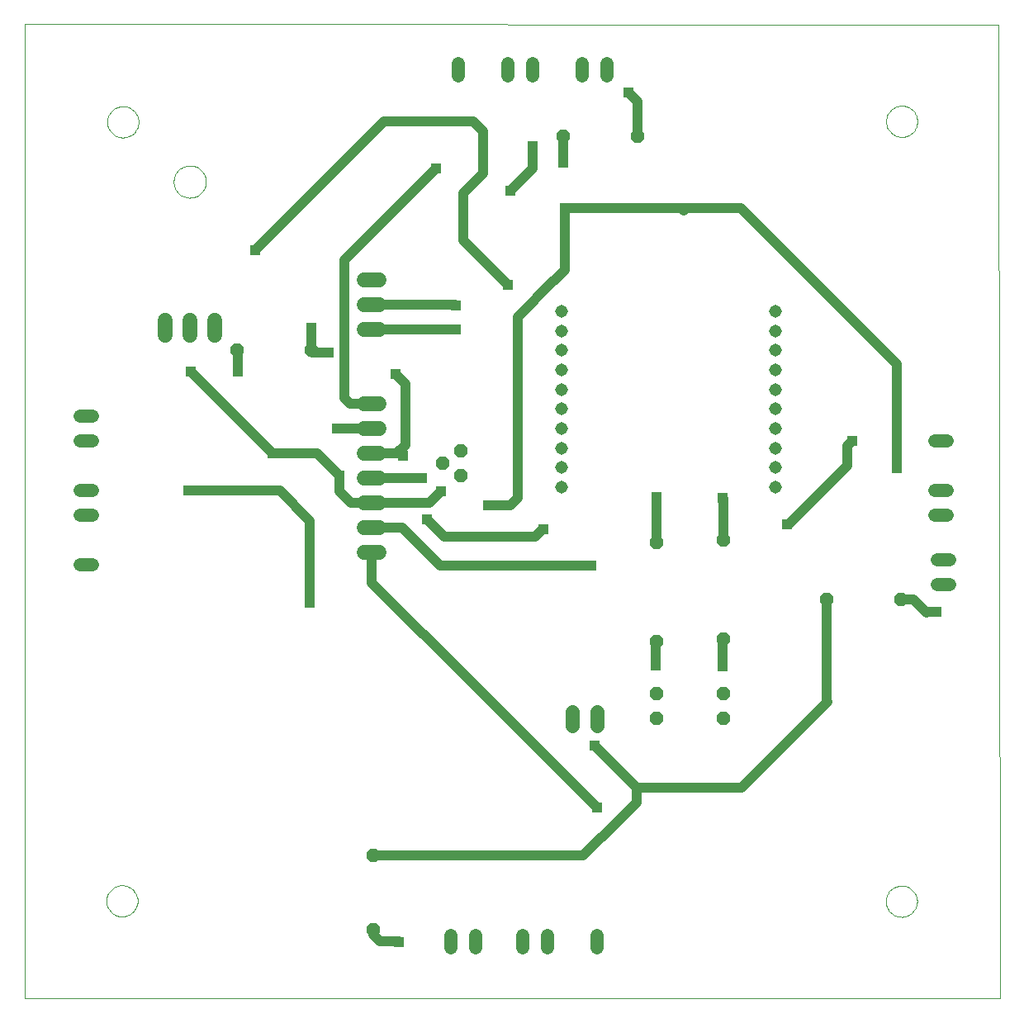
<source format=gtl>
G75*
%MOIN*%
%OFA0B0*%
%FSLAX24Y24*%
%IPPOS*%
%LPD*%
%AMOC8*
5,1,8,0,0,1.08239X$1,22.5*
%
%ADD10C,0.0000*%
%ADD11C,0.0520*%
%ADD12C,0.0560*%
%ADD13OC8,0.0520*%
%ADD14C,0.0600*%
%ADD15C,0.0515*%
%ADD16R,0.0396X0.0396*%
%ADD17C,0.0400*%
D10*
X003197Y000467D02*
X003197Y039802D01*
X042527Y039781D01*
X042567Y000467D01*
X003197Y000467D01*
X006508Y004412D02*
X006510Y004462D01*
X006516Y004512D01*
X006526Y004561D01*
X006540Y004609D01*
X006557Y004656D01*
X006578Y004701D01*
X006603Y004745D01*
X006631Y004786D01*
X006663Y004825D01*
X006697Y004862D01*
X006734Y004896D01*
X006774Y004926D01*
X006816Y004953D01*
X006860Y004977D01*
X006906Y004998D01*
X006953Y005014D01*
X007001Y005027D01*
X007051Y005036D01*
X007100Y005041D01*
X007151Y005042D01*
X007201Y005039D01*
X007250Y005032D01*
X007299Y005021D01*
X007347Y005006D01*
X007393Y004988D01*
X007438Y004966D01*
X007481Y004940D01*
X007522Y004911D01*
X007561Y004879D01*
X007597Y004844D01*
X007629Y004806D01*
X007659Y004766D01*
X007686Y004723D01*
X007709Y004679D01*
X007728Y004633D01*
X007744Y004585D01*
X007756Y004536D01*
X007764Y004487D01*
X007768Y004437D01*
X007768Y004387D01*
X007764Y004337D01*
X007756Y004288D01*
X007744Y004239D01*
X007728Y004191D01*
X007709Y004145D01*
X007686Y004101D01*
X007659Y004058D01*
X007629Y004018D01*
X007597Y003980D01*
X007561Y003945D01*
X007522Y003913D01*
X007481Y003884D01*
X007438Y003858D01*
X007393Y003836D01*
X007347Y003818D01*
X007299Y003803D01*
X007250Y003792D01*
X007201Y003785D01*
X007151Y003782D01*
X007100Y003783D01*
X007051Y003788D01*
X007001Y003797D01*
X006953Y003810D01*
X006906Y003826D01*
X006860Y003847D01*
X006816Y003871D01*
X006774Y003898D01*
X006734Y003928D01*
X006697Y003962D01*
X006663Y003999D01*
X006631Y004038D01*
X006603Y004079D01*
X006578Y004123D01*
X006557Y004168D01*
X006540Y004215D01*
X006526Y004263D01*
X006516Y004312D01*
X006510Y004362D01*
X006508Y004412D01*
X009225Y033450D02*
X009227Y033500D01*
X009233Y033550D01*
X009243Y033600D01*
X009256Y033648D01*
X009273Y033696D01*
X009294Y033742D01*
X009318Y033786D01*
X009346Y033828D01*
X009377Y033868D01*
X009411Y033905D01*
X009448Y033940D01*
X009487Y033971D01*
X009528Y034000D01*
X009572Y034025D01*
X009618Y034047D01*
X009665Y034065D01*
X009713Y034079D01*
X009762Y034090D01*
X009812Y034097D01*
X009862Y034100D01*
X009913Y034099D01*
X009963Y034094D01*
X010013Y034085D01*
X010061Y034073D01*
X010109Y034056D01*
X010155Y034036D01*
X010200Y034013D01*
X010243Y033986D01*
X010283Y033956D01*
X010321Y033923D01*
X010356Y033887D01*
X010389Y033848D01*
X010418Y033807D01*
X010444Y033764D01*
X010467Y033719D01*
X010486Y033672D01*
X010501Y033624D01*
X010513Y033575D01*
X010521Y033525D01*
X010525Y033475D01*
X010525Y033425D01*
X010521Y033375D01*
X010513Y033325D01*
X010501Y033276D01*
X010486Y033228D01*
X010467Y033181D01*
X010444Y033136D01*
X010418Y033093D01*
X010389Y033052D01*
X010356Y033013D01*
X010321Y032977D01*
X010283Y032944D01*
X010243Y032914D01*
X010200Y032887D01*
X010155Y032864D01*
X010109Y032844D01*
X010061Y032827D01*
X010013Y032815D01*
X009963Y032806D01*
X009913Y032801D01*
X009862Y032800D01*
X009812Y032803D01*
X009762Y032810D01*
X009713Y032821D01*
X009665Y032835D01*
X009618Y032853D01*
X009572Y032875D01*
X009528Y032900D01*
X009487Y032929D01*
X009448Y032960D01*
X009411Y032995D01*
X009377Y033032D01*
X009346Y033072D01*
X009318Y033114D01*
X009294Y033158D01*
X009273Y033204D01*
X009256Y033252D01*
X009243Y033300D01*
X009233Y033350D01*
X009227Y033400D01*
X009225Y033450D01*
X006543Y035861D02*
X006545Y035911D01*
X006551Y035961D01*
X006561Y036010D01*
X006575Y036058D01*
X006592Y036105D01*
X006613Y036150D01*
X006638Y036194D01*
X006666Y036235D01*
X006698Y036274D01*
X006732Y036311D01*
X006769Y036345D01*
X006809Y036375D01*
X006851Y036402D01*
X006895Y036426D01*
X006941Y036447D01*
X006988Y036463D01*
X007036Y036476D01*
X007086Y036485D01*
X007135Y036490D01*
X007186Y036491D01*
X007236Y036488D01*
X007285Y036481D01*
X007334Y036470D01*
X007382Y036455D01*
X007428Y036437D01*
X007473Y036415D01*
X007516Y036389D01*
X007557Y036360D01*
X007596Y036328D01*
X007632Y036293D01*
X007664Y036255D01*
X007694Y036215D01*
X007721Y036172D01*
X007744Y036128D01*
X007763Y036082D01*
X007779Y036034D01*
X007791Y035985D01*
X007799Y035936D01*
X007803Y035886D01*
X007803Y035836D01*
X007799Y035786D01*
X007791Y035737D01*
X007779Y035688D01*
X007763Y035640D01*
X007744Y035594D01*
X007721Y035550D01*
X007694Y035507D01*
X007664Y035467D01*
X007632Y035429D01*
X007596Y035394D01*
X007557Y035362D01*
X007516Y035333D01*
X007473Y035307D01*
X007428Y035285D01*
X007382Y035267D01*
X007334Y035252D01*
X007285Y035241D01*
X007236Y035234D01*
X007186Y035231D01*
X007135Y035232D01*
X007086Y035237D01*
X007036Y035246D01*
X006988Y035259D01*
X006941Y035275D01*
X006895Y035296D01*
X006851Y035320D01*
X006809Y035347D01*
X006769Y035377D01*
X006732Y035411D01*
X006698Y035448D01*
X006666Y035487D01*
X006638Y035528D01*
X006613Y035572D01*
X006592Y035617D01*
X006575Y035664D01*
X006561Y035712D01*
X006551Y035761D01*
X006545Y035811D01*
X006543Y035861D01*
X037980Y035884D02*
X037982Y035934D01*
X037988Y035984D01*
X037998Y036033D01*
X038012Y036081D01*
X038029Y036128D01*
X038050Y036173D01*
X038075Y036217D01*
X038103Y036258D01*
X038135Y036297D01*
X038169Y036334D01*
X038206Y036368D01*
X038246Y036398D01*
X038288Y036425D01*
X038332Y036449D01*
X038378Y036470D01*
X038425Y036486D01*
X038473Y036499D01*
X038523Y036508D01*
X038572Y036513D01*
X038623Y036514D01*
X038673Y036511D01*
X038722Y036504D01*
X038771Y036493D01*
X038819Y036478D01*
X038865Y036460D01*
X038910Y036438D01*
X038953Y036412D01*
X038994Y036383D01*
X039033Y036351D01*
X039069Y036316D01*
X039101Y036278D01*
X039131Y036238D01*
X039158Y036195D01*
X039181Y036151D01*
X039200Y036105D01*
X039216Y036057D01*
X039228Y036008D01*
X039236Y035959D01*
X039240Y035909D01*
X039240Y035859D01*
X039236Y035809D01*
X039228Y035760D01*
X039216Y035711D01*
X039200Y035663D01*
X039181Y035617D01*
X039158Y035573D01*
X039131Y035530D01*
X039101Y035490D01*
X039069Y035452D01*
X039033Y035417D01*
X038994Y035385D01*
X038953Y035356D01*
X038910Y035330D01*
X038865Y035308D01*
X038819Y035290D01*
X038771Y035275D01*
X038722Y035264D01*
X038673Y035257D01*
X038623Y035254D01*
X038572Y035255D01*
X038523Y035260D01*
X038473Y035269D01*
X038425Y035282D01*
X038378Y035298D01*
X038332Y035319D01*
X038288Y035343D01*
X038246Y035370D01*
X038206Y035400D01*
X038169Y035434D01*
X038135Y035471D01*
X038103Y035510D01*
X038075Y035551D01*
X038050Y035595D01*
X038029Y035640D01*
X038012Y035687D01*
X037998Y035735D01*
X037988Y035784D01*
X037982Y035834D01*
X037980Y035884D01*
X037972Y004396D02*
X037974Y004446D01*
X037980Y004496D01*
X037990Y004545D01*
X038004Y004593D01*
X038021Y004640D01*
X038042Y004685D01*
X038067Y004729D01*
X038095Y004770D01*
X038127Y004809D01*
X038161Y004846D01*
X038198Y004880D01*
X038238Y004910D01*
X038280Y004937D01*
X038324Y004961D01*
X038370Y004982D01*
X038417Y004998D01*
X038465Y005011D01*
X038515Y005020D01*
X038564Y005025D01*
X038615Y005026D01*
X038665Y005023D01*
X038714Y005016D01*
X038763Y005005D01*
X038811Y004990D01*
X038857Y004972D01*
X038902Y004950D01*
X038945Y004924D01*
X038986Y004895D01*
X039025Y004863D01*
X039061Y004828D01*
X039093Y004790D01*
X039123Y004750D01*
X039150Y004707D01*
X039173Y004663D01*
X039192Y004617D01*
X039208Y004569D01*
X039220Y004520D01*
X039228Y004471D01*
X039232Y004421D01*
X039232Y004371D01*
X039228Y004321D01*
X039220Y004272D01*
X039208Y004223D01*
X039192Y004175D01*
X039173Y004129D01*
X039150Y004085D01*
X039123Y004042D01*
X039093Y004002D01*
X039061Y003964D01*
X039025Y003929D01*
X038986Y003897D01*
X038945Y003868D01*
X038902Y003842D01*
X038857Y003820D01*
X038811Y003802D01*
X038763Y003787D01*
X038714Y003776D01*
X038665Y003769D01*
X038615Y003766D01*
X038564Y003767D01*
X038515Y003772D01*
X038465Y003781D01*
X038417Y003794D01*
X038370Y003810D01*
X038324Y003831D01*
X038280Y003855D01*
X038238Y003882D01*
X038198Y003912D01*
X038161Y003946D01*
X038127Y003983D01*
X038095Y004022D01*
X038067Y004063D01*
X038042Y004107D01*
X038021Y004152D01*
X038004Y004199D01*
X037990Y004247D01*
X037980Y004296D01*
X037974Y004346D01*
X037972Y004396D01*
D11*
X026297Y003027D02*
X026297Y002507D01*
X024297Y002507D02*
X024297Y003027D01*
X023297Y003027D02*
X023297Y002507D01*
X021397Y002507D02*
X021397Y003027D01*
X020397Y003027D02*
X020397Y002507D01*
X005957Y017967D02*
X005437Y017967D01*
X005437Y019967D02*
X005957Y019967D01*
X005957Y020967D02*
X005437Y020967D01*
X005437Y022967D02*
X005957Y022967D01*
X005957Y023967D02*
X005437Y023967D01*
X020697Y037707D02*
X020697Y038227D01*
X022697Y038227D02*
X022697Y037707D01*
X023697Y037707D02*
X023697Y038227D01*
X025697Y038227D02*
X025697Y037707D01*
X026697Y037707D02*
X026697Y038227D01*
X039937Y022967D02*
X040457Y022967D01*
X040457Y020967D02*
X039937Y020967D01*
X039937Y019967D02*
X040457Y019967D01*
X040557Y018167D02*
X040037Y018167D01*
X040037Y017167D02*
X040557Y017167D01*
D12*
X026297Y012047D02*
X026297Y011487D01*
X025297Y011487D02*
X025297Y012047D01*
D13*
X028697Y011767D03*
X028697Y012767D03*
X028697Y014867D03*
X031397Y014967D03*
X031397Y012767D03*
X031397Y011767D03*
X035590Y016597D03*
X038590Y016597D03*
X031397Y018967D03*
X028697Y018867D03*
X020827Y021587D03*
X020077Y022087D03*
X020827Y022587D03*
X014795Y026662D03*
X011795Y026662D03*
X024949Y035286D03*
X027949Y035286D03*
X017268Y006239D03*
X017268Y003239D03*
D14*
X017497Y018467D02*
X016897Y018467D01*
X016897Y019467D02*
X017497Y019467D01*
X017497Y020467D02*
X016897Y020467D01*
X016897Y021467D02*
X017497Y021467D01*
X017497Y022467D02*
X016897Y022467D01*
X016897Y023467D02*
X017497Y023467D01*
X017497Y024467D02*
X016897Y024467D01*
X016897Y027467D02*
X017497Y027467D01*
X017497Y028467D02*
X016897Y028467D01*
X016897Y029467D02*
X017497Y029467D01*
X010875Y027850D02*
X010875Y027250D01*
X009875Y027250D02*
X009875Y027850D01*
X008875Y027850D02*
X008875Y027250D01*
D15*
X024866Y027423D03*
X024866Y028210D03*
X024866Y026636D03*
X024866Y025848D03*
X024866Y025061D03*
X024866Y024273D03*
X024866Y023486D03*
X024866Y022698D03*
X024866Y021911D03*
X024866Y021124D03*
X033527Y021124D03*
X033527Y021911D03*
X033527Y022698D03*
X033527Y023486D03*
X033527Y024273D03*
X033527Y025061D03*
X033527Y025848D03*
X033527Y026636D03*
X033527Y027423D03*
X033527Y028210D03*
D16*
X036597Y022967D03*
X038397Y021867D03*
X033972Y019624D03*
X031378Y020684D03*
X028709Y020711D03*
X026067Y017937D03*
X024157Y019427D03*
X021897Y020367D03*
X020017Y020947D03*
X019247Y021467D03*
X018477Y022397D03*
X015897Y021567D03*
X015797Y023467D03*
X018177Y025697D03*
X015486Y026547D03*
X014795Y027551D03*
X011797Y025767D03*
X009897Y025767D03*
X013197Y022467D03*
X009797Y020967D03*
X014697Y016457D03*
X019437Y019807D03*
X020598Y027475D03*
X020598Y028459D03*
X022697Y029267D03*
X024997Y032367D03*
X024949Y034203D03*
X023697Y034867D03*
X022797Y033067D03*
X019797Y033967D03*
X012497Y030667D03*
X027590Y037061D03*
X039997Y016067D03*
X031386Y013876D03*
X028693Y013920D03*
X026197Y010667D03*
X026297Y008167D03*
X018315Y002766D03*
D17*
X018314Y002767D01*
X017562Y002767D01*
X017268Y003061D01*
X017268Y003239D01*
X017268Y006239D02*
X017283Y006254D01*
X025756Y006254D01*
X026468Y006967D01*
X026497Y006967D01*
X027897Y008367D01*
X027897Y008967D01*
X032130Y008967D01*
X035598Y012436D01*
X035590Y012436D01*
X035590Y016597D01*
X038590Y016597D02*
X039074Y016597D01*
X039614Y016058D01*
X039623Y016067D01*
X039997Y016067D01*
X038397Y021867D02*
X038397Y026067D01*
X032097Y032367D01*
X029697Y032367D01*
X029797Y032267D01*
X029697Y032367D02*
X024997Y032367D01*
X024996Y032366D01*
X024996Y029880D01*
X024567Y029451D01*
X024551Y029451D01*
X023097Y027997D01*
X023097Y020667D01*
X022797Y020367D01*
X021897Y020367D01*
X020137Y019107D02*
X019437Y019807D01*
X019537Y020467D02*
X020017Y020947D01*
X019537Y020467D02*
X017197Y020467D01*
X016387Y020467D01*
X015897Y020957D01*
X015897Y021567D01*
X014997Y022467D01*
X013197Y022467D01*
X010047Y025657D01*
X009897Y025767D01*
X011797Y025767D02*
X011797Y026660D01*
X011795Y026662D01*
X014795Y026662D02*
X014795Y027550D01*
X014795Y027551D01*
X014798Y026565D02*
X015468Y026565D01*
X015486Y026547D01*
X017197Y027467D02*
X020590Y027467D01*
X020598Y027475D01*
X020598Y028459D02*
X020590Y028467D01*
X017197Y028467D01*
X016118Y030288D02*
X016118Y024711D01*
X016362Y024467D01*
X017197Y024467D01*
X017197Y023467D02*
X015797Y023467D01*
X017197Y022467D02*
X018227Y022467D01*
X018577Y022817D01*
X018577Y025297D01*
X018177Y025697D01*
X018337Y022467D02*
X017197Y022467D01*
X018337Y022467D02*
X018477Y022397D01*
X019247Y021467D02*
X017197Y021467D01*
X017197Y019467D02*
X018437Y019467D01*
X019967Y017937D01*
X026067Y017937D01*
X024157Y019427D02*
X024117Y019427D01*
X023797Y019107D01*
X020137Y019107D01*
X017197Y018467D02*
X017197Y017257D01*
X019287Y015167D01*
X019297Y015167D01*
X026297Y008167D01*
X027897Y008967D02*
X026197Y010667D01*
X028693Y013920D02*
X028693Y014863D01*
X028697Y014867D01*
X031386Y014956D02*
X031386Y013876D01*
X031386Y014956D02*
X031397Y014967D01*
X031397Y018967D02*
X031397Y020665D01*
X031378Y020684D01*
X028709Y020711D02*
X028697Y020699D01*
X028697Y018867D01*
X033972Y019624D02*
X034054Y019624D01*
X036397Y021967D01*
X036397Y022767D01*
X036597Y022967D01*
X024949Y034203D02*
X024949Y035285D01*
X024949Y035286D01*
X023697Y034867D02*
X023697Y033967D01*
X022797Y033067D01*
X021697Y033767D02*
X020897Y032967D01*
X020897Y031067D01*
X022697Y029267D01*
X021697Y033767D02*
X021697Y035467D01*
X021297Y035867D01*
X017697Y035867D01*
X012497Y030667D01*
X016118Y030288D02*
X019797Y033967D01*
X027590Y037061D02*
X027953Y036667D01*
X027949Y035286D01*
X013496Y020967D02*
X014701Y019762D01*
X014697Y019758D01*
X014697Y016457D01*
X013496Y020967D02*
X009797Y020967D01*
M02*

</source>
